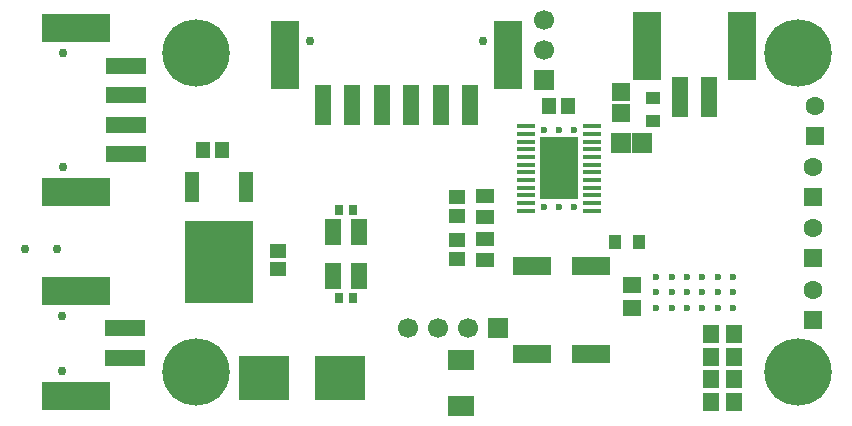
<source format=gbr>
%TF.GenerationSoftware,Altium Limited,Altium Designer,25.4.2 (15)*%
G04 Layer_Color=8388736*
%FSLAX45Y45*%
%MOMM*%
%TF.SameCoordinates,7A81EC90-EEC5-4681-87D9-92CB7B0FDDE2*%
%TF.FilePolarity,Negative*%
%TF.FileFunction,Soldermask,Top*%
%TF.Part,Single*%
G01*
G75*
%TA.AperFunction,SMDPad,CuDef*%
%ADD13R,1.45620X1.30464*%
%ADD15R,1.60000X0.30000*%
%ADD17R,3.20000X1.60000*%
%ADD23R,1.25000X1.00000*%
%ADD25R,1.00000X1.25000*%
%ADD27R,0.75000X0.90000*%
%ADD28R,2.18000X1.71550*%
%ADD31R,1.55620X1.50464*%
%ADD32R,1.30464X1.45620*%
%ADD33R,4.24000X3.81000*%
%TA.AperFunction,ComponentPad*%
%ADD41C,0.75000*%
%ADD42R,1.60000X1.60000*%
%ADD43C,1.60000*%
%TA.AperFunction,ViaPad*%
%ADD45C,0.60000*%
%TA.AperFunction,NonConductor*%
%ADD64R,3.20000X5.26000*%
%TA.AperFunction,SMDPad,CuDef*%
%ADD65R,1.20000X2.60000*%
%ADD66R,5.75000X7.00000*%
%ADD67R,1.55000X1.20000*%
%ADD68R,1.65000X1.40000*%
%ADD69R,1.40000X3.40000*%
%ADD70R,2.40000X5.80000*%
%ADD71R,3.40000X1.40000*%
%ADD72R,5.80000X2.40000*%
%ADD73R,1.70000X1.75000*%
%ADD74R,1.40000X1.65000*%
%ADD75R,1.40000X2.20000*%
%TA.AperFunction,ConnectorPad*%
%ADD76R,2.40000X5.80000*%
%ADD77R,1.40000X3.40000*%
%TA.AperFunction,ComponentPad*%
%ADD78R,1.70000X1.70000*%
%ADD79C,1.70000*%
%ADD80C,0.75000*%
%ADD81R,1.70000X1.70000*%
%TA.AperFunction,ViaPad*%
%ADD82C,5.70000*%
D13*
X6260000Y10559422D02*
D03*
Y10720578D02*
D03*
Y11080578D02*
D03*
Y10919422D02*
D03*
X4750000Y10469922D02*
D03*
Y10630078D02*
D03*
D15*
X7405000Y11682500D02*
D03*
Y11617500D02*
D03*
Y11552500D02*
D03*
Y11487500D02*
D03*
Y11422500D02*
D03*
Y11357500D02*
D03*
Y11292500D02*
D03*
Y11227500D02*
D03*
Y11162500D02*
D03*
Y11097500D02*
D03*
Y11032500D02*
D03*
Y10967500D02*
D03*
X6845000D02*
D03*
Y11032500D02*
D03*
Y11097500D02*
D03*
Y11162500D02*
D03*
Y11227500D02*
D03*
Y11292500D02*
D03*
Y11357500D02*
D03*
Y11422500D02*
D03*
Y11487500D02*
D03*
Y11552500D02*
D03*
Y11617500D02*
D03*
Y11682500D02*
D03*
D17*
X7400000Y10500000D02*
D03*
X6900000D02*
D03*
Y9750000D02*
D03*
X7400000D02*
D03*
D23*
X7925000Y11725003D02*
D03*
Y11925000D02*
D03*
D25*
X7600003Y10700000D02*
D03*
X7800000D02*
D03*
D27*
X5385000Y10225000D02*
D03*
X5265000D02*
D03*
Y10975000D02*
D03*
X5385000D02*
D03*
D28*
X6300000Y9703725D02*
D03*
Y9316275D02*
D03*
D31*
X7650000Y11975000D02*
D03*
Y11794844D02*
D03*
D32*
X7044422Y11850000D02*
D03*
X7205578D02*
D03*
X4111922Y11480000D02*
D03*
X4273078D02*
D03*
D33*
X4631500Y9550000D02*
D03*
X5268500D02*
D03*
D41*
X2877500Y10640000D02*
D03*
X2602500D02*
D03*
D42*
X9290000Y11603000D02*
D03*
X9280000Y11083000D02*
D03*
Y10563000D02*
D03*
X9280000Y10043000D02*
D03*
D43*
X9290000Y11857000D02*
D03*
X9280000Y11337000D02*
D03*
Y10817000D02*
D03*
X9280000Y10297000D02*
D03*
D45*
X7125000Y11000000D02*
D03*
Y11130000D02*
D03*
Y11260000D02*
D03*
Y11390000D02*
D03*
Y11520000D02*
D03*
Y11650000D02*
D03*
X7255000Y11000000D02*
D03*
Y11130000D02*
D03*
Y11260000D02*
D03*
Y11390000D02*
D03*
Y11520000D02*
D03*
Y11650000D02*
D03*
X6995000Y11000000D02*
D03*
Y11130000D02*
D03*
Y11260000D02*
D03*
Y11390000D02*
D03*
Y11520000D02*
D03*
Y11650000D02*
D03*
X7950000Y10275000D02*
D03*
X8080000D02*
D03*
X8210000D02*
D03*
X8340000D02*
D03*
X8470000D02*
D03*
X8600000D02*
D03*
X7950000Y10405000D02*
D03*
X8080000D02*
D03*
X8210000D02*
D03*
X8340000D02*
D03*
X8470000D02*
D03*
X8600000D02*
D03*
X7950000Y10145000D02*
D03*
X8080000D02*
D03*
X8210000D02*
D03*
X8340000D02*
D03*
X8470000D02*
D03*
X8600000D02*
D03*
D64*
X7124994Y11325008D02*
D03*
D65*
X4478000Y11170000D02*
D03*
X4022000D02*
D03*
D66*
X4250000Y10530000D02*
D03*
D67*
X6500000Y10730000D02*
D03*
Y10550000D02*
D03*
Y11090000D02*
D03*
Y10910000D02*
D03*
D68*
X7740000Y10140000D02*
D03*
Y10340000D02*
D03*
D69*
X5125000Y11865000D02*
D03*
X6375000D02*
D03*
X6125000D02*
D03*
X5375000D02*
D03*
X5625000D02*
D03*
X5875000D02*
D03*
D70*
X6695000Y12285000D02*
D03*
X4805000D02*
D03*
D71*
X3455000Y9970000D02*
D03*
Y9720000D02*
D03*
X3460000Y11945000D02*
D03*
Y11695000D02*
D03*
Y11445000D02*
D03*
Y12195000D02*
D03*
D72*
X3035000Y10290000D02*
D03*
Y9400000D02*
D03*
X3040000Y11125000D02*
D03*
Y12515000D02*
D03*
D73*
X7650000Y11540000D02*
D03*
X7830000D02*
D03*
D74*
X8410000Y9350000D02*
D03*
X8610000D02*
D03*
X8410000Y9540000D02*
D03*
X8610000D02*
D03*
X8410000Y9730000D02*
D03*
X8610000D02*
D03*
X8410000Y9920000D02*
D03*
X8610000D02*
D03*
D75*
X5435000Y10785000D02*
D03*
Y10415000D02*
D03*
X5215000D02*
D03*
Y10785000D02*
D03*
D76*
X7875000Y12360000D02*
D03*
X8675000D02*
D03*
D77*
X8150000Y11930000D02*
D03*
X8400000D02*
D03*
D78*
X6999999Y12076000D02*
D03*
D79*
Y12330000D02*
D03*
Y12584000D02*
D03*
X6354000Y9975000D02*
D03*
X6100000D02*
D03*
X5846000D02*
D03*
D80*
X6485000Y12400000D02*
D03*
X5015000D02*
D03*
D03*
X6485000D02*
D03*
X2920000Y9610000D02*
D03*
Y10080000D02*
D03*
X2925000Y11335000D02*
D03*
Y12305000D02*
D03*
D81*
X6608000Y9975000D02*
D03*
D82*
X9150000Y12300000D02*
D03*
Y9600000D02*
D03*
X4050000Y9600000D02*
D03*
Y12300000D02*
D03*
%TF.MD5,a5645e4313bd78443eb1cab0bd49cc34*%
M02*

</source>
